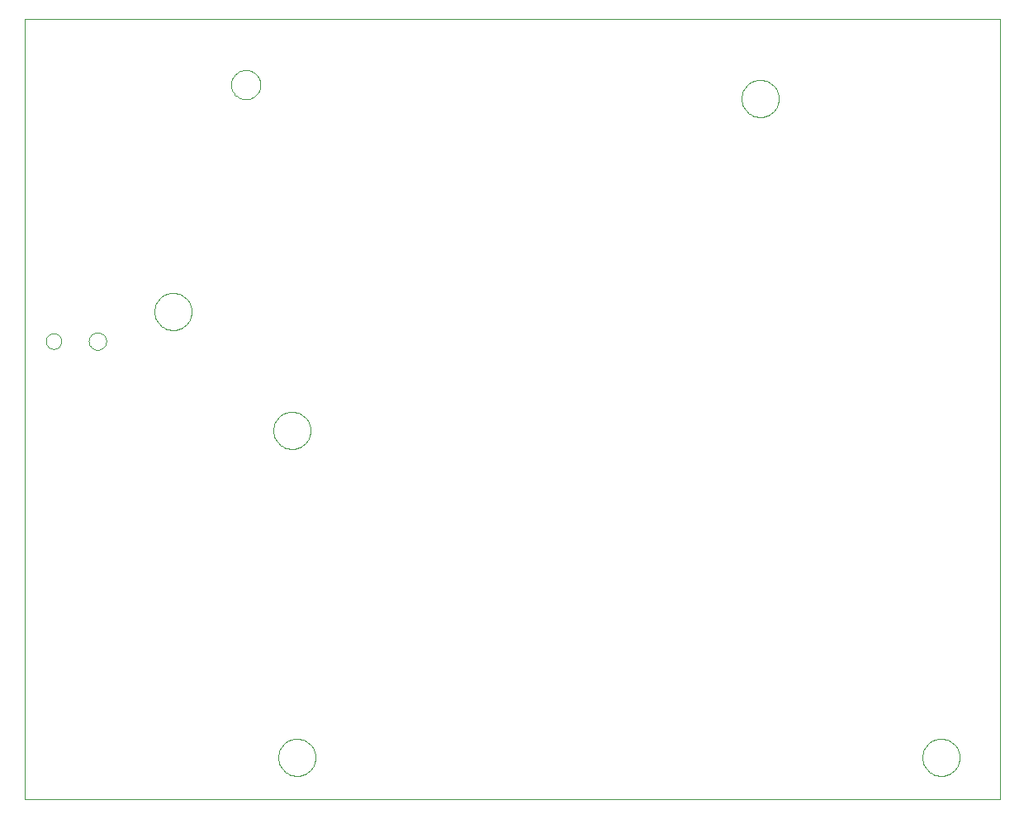
<source format=gko>
G75*
%MOIN*%
%OFA0B0*%
%FSLAX24Y24*%
%IPPOS*%
%LPD*%
%AMOC8*
5,1,8,0,0,1.08239X$1,22.5*
%
%ADD10C,0.0000*%
D10*
X001639Y000514D02*
X001639Y032010D01*
X041009Y032010D01*
X041009Y000514D01*
X001639Y000514D01*
X011889Y002214D02*
X011891Y002268D01*
X011897Y002322D01*
X011907Y002375D01*
X011920Y002428D01*
X011937Y002479D01*
X011958Y002529D01*
X011983Y002577D01*
X012011Y002624D01*
X012042Y002668D01*
X012076Y002710D01*
X012113Y002749D01*
X012153Y002786D01*
X012196Y002819D01*
X012241Y002850D01*
X012288Y002877D01*
X012336Y002900D01*
X012387Y002920D01*
X012438Y002937D01*
X012491Y002949D01*
X012544Y002958D01*
X012598Y002963D01*
X012653Y002964D01*
X012707Y002961D01*
X012760Y002954D01*
X012813Y002943D01*
X012866Y002929D01*
X012917Y002911D01*
X012966Y002889D01*
X013014Y002864D01*
X013060Y002835D01*
X013104Y002803D01*
X013145Y002768D01*
X013183Y002730D01*
X013219Y002689D01*
X013252Y002646D01*
X013282Y002601D01*
X013308Y002553D01*
X013331Y002504D01*
X013350Y002453D01*
X013365Y002402D01*
X013377Y002349D01*
X013385Y002295D01*
X013389Y002241D01*
X013389Y002187D01*
X013385Y002133D01*
X013377Y002079D01*
X013365Y002026D01*
X013350Y001975D01*
X013331Y001924D01*
X013308Y001875D01*
X013282Y001827D01*
X013252Y001782D01*
X013219Y001739D01*
X013183Y001698D01*
X013145Y001660D01*
X013104Y001625D01*
X013060Y001593D01*
X013014Y001564D01*
X012966Y001539D01*
X012917Y001517D01*
X012866Y001499D01*
X012813Y001485D01*
X012760Y001474D01*
X012707Y001467D01*
X012653Y001464D01*
X012598Y001465D01*
X012544Y001470D01*
X012491Y001479D01*
X012438Y001491D01*
X012387Y001508D01*
X012336Y001528D01*
X012288Y001551D01*
X012241Y001578D01*
X012196Y001609D01*
X012153Y001642D01*
X012113Y001679D01*
X012076Y001718D01*
X012042Y001760D01*
X012011Y001804D01*
X011983Y001851D01*
X011958Y001899D01*
X011937Y001949D01*
X011920Y002000D01*
X011907Y002053D01*
X011897Y002106D01*
X011891Y002160D01*
X011889Y002214D01*
X011689Y015414D02*
X011691Y015468D01*
X011697Y015522D01*
X011707Y015575D01*
X011720Y015628D01*
X011737Y015679D01*
X011758Y015729D01*
X011783Y015777D01*
X011811Y015824D01*
X011842Y015868D01*
X011876Y015910D01*
X011913Y015949D01*
X011953Y015986D01*
X011996Y016019D01*
X012041Y016050D01*
X012088Y016077D01*
X012136Y016100D01*
X012187Y016120D01*
X012238Y016137D01*
X012291Y016149D01*
X012344Y016158D01*
X012398Y016163D01*
X012453Y016164D01*
X012507Y016161D01*
X012560Y016154D01*
X012613Y016143D01*
X012666Y016129D01*
X012717Y016111D01*
X012766Y016089D01*
X012814Y016064D01*
X012860Y016035D01*
X012904Y016003D01*
X012945Y015968D01*
X012983Y015930D01*
X013019Y015889D01*
X013052Y015846D01*
X013082Y015801D01*
X013108Y015753D01*
X013131Y015704D01*
X013150Y015653D01*
X013165Y015602D01*
X013177Y015549D01*
X013185Y015495D01*
X013189Y015441D01*
X013189Y015387D01*
X013185Y015333D01*
X013177Y015279D01*
X013165Y015226D01*
X013150Y015175D01*
X013131Y015124D01*
X013108Y015075D01*
X013082Y015027D01*
X013052Y014982D01*
X013019Y014939D01*
X012983Y014898D01*
X012945Y014860D01*
X012904Y014825D01*
X012860Y014793D01*
X012814Y014764D01*
X012766Y014739D01*
X012717Y014717D01*
X012666Y014699D01*
X012613Y014685D01*
X012560Y014674D01*
X012507Y014667D01*
X012453Y014664D01*
X012398Y014665D01*
X012344Y014670D01*
X012291Y014679D01*
X012238Y014691D01*
X012187Y014708D01*
X012136Y014728D01*
X012088Y014751D01*
X012041Y014778D01*
X011996Y014809D01*
X011953Y014842D01*
X011913Y014879D01*
X011876Y014918D01*
X011842Y014960D01*
X011811Y015004D01*
X011783Y015051D01*
X011758Y015099D01*
X011737Y015149D01*
X011720Y015200D01*
X011707Y015253D01*
X011697Y015306D01*
X011691Y015360D01*
X011689Y015414D01*
X006889Y020214D02*
X006891Y020268D01*
X006897Y020322D01*
X006907Y020375D01*
X006920Y020428D01*
X006937Y020479D01*
X006958Y020529D01*
X006983Y020577D01*
X007011Y020624D01*
X007042Y020668D01*
X007076Y020710D01*
X007113Y020749D01*
X007153Y020786D01*
X007196Y020819D01*
X007241Y020850D01*
X007288Y020877D01*
X007336Y020900D01*
X007387Y020920D01*
X007438Y020937D01*
X007491Y020949D01*
X007544Y020958D01*
X007598Y020963D01*
X007653Y020964D01*
X007707Y020961D01*
X007760Y020954D01*
X007813Y020943D01*
X007866Y020929D01*
X007917Y020911D01*
X007966Y020889D01*
X008014Y020864D01*
X008060Y020835D01*
X008104Y020803D01*
X008145Y020768D01*
X008183Y020730D01*
X008219Y020689D01*
X008252Y020646D01*
X008282Y020601D01*
X008308Y020553D01*
X008331Y020504D01*
X008350Y020453D01*
X008365Y020402D01*
X008377Y020349D01*
X008385Y020295D01*
X008389Y020241D01*
X008389Y020187D01*
X008385Y020133D01*
X008377Y020079D01*
X008365Y020026D01*
X008350Y019975D01*
X008331Y019924D01*
X008308Y019875D01*
X008282Y019827D01*
X008252Y019782D01*
X008219Y019739D01*
X008183Y019698D01*
X008145Y019660D01*
X008104Y019625D01*
X008060Y019593D01*
X008014Y019564D01*
X007966Y019539D01*
X007917Y019517D01*
X007866Y019499D01*
X007813Y019485D01*
X007760Y019474D01*
X007707Y019467D01*
X007653Y019464D01*
X007598Y019465D01*
X007544Y019470D01*
X007491Y019479D01*
X007438Y019491D01*
X007387Y019508D01*
X007336Y019528D01*
X007288Y019551D01*
X007241Y019578D01*
X007196Y019609D01*
X007153Y019642D01*
X007113Y019679D01*
X007076Y019718D01*
X007042Y019760D01*
X007011Y019804D01*
X006983Y019851D01*
X006958Y019899D01*
X006937Y019949D01*
X006920Y020000D01*
X006907Y020053D01*
X006897Y020106D01*
X006891Y020160D01*
X006889Y020214D01*
X004237Y019018D02*
X004239Y019055D01*
X004245Y019092D01*
X004254Y019127D01*
X004268Y019162D01*
X004284Y019195D01*
X004305Y019226D01*
X004328Y019255D01*
X004354Y019281D01*
X004383Y019304D01*
X004414Y019325D01*
X004447Y019341D01*
X004482Y019355D01*
X004517Y019364D01*
X004554Y019370D01*
X004591Y019372D01*
X004628Y019370D01*
X004665Y019364D01*
X004700Y019355D01*
X004735Y019341D01*
X004768Y019325D01*
X004799Y019304D01*
X004828Y019281D01*
X004854Y019255D01*
X004877Y019226D01*
X004898Y019195D01*
X004914Y019162D01*
X004928Y019127D01*
X004937Y019092D01*
X004943Y019055D01*
X004945Y019018D01*
X004943Y018981D01*
X004937Y018944D01*
X004928Y018909D01*
X004914Y018874D01*
X004898Y018841D01*
X004877Y018810D01*
X004854Y018781D01*
X004828Y018755D01*
X004799Y018732D01*
X004768Y018711D01*
X004735Y018695D01*
X004700Y018681D01*
X004665Y018672D01*
X004628Y018666D01*
X004591Y018664D01*
X004554Y018666D01*
X004517Y018672D01*
X004482Y018681D01*
X004447Y018695D01*
X004414Y018711D01*
X004383Y018732D01*
X004354Y018755D01*
X004328Y018781D01*
X004305Y018810D01*
X004284Y018841D01*
X004268Y018874D01*
X004254Y018909D01*
X004245Y018944D01*
X004239Y018981D01*
X004237Y019018D01*
X002505Y019018D02*
X002507Y019053D01*
X002513Y019088D01*
X002523Y019122D01*
X002536Y019155D01*
X002553Y019186D01*
X002574Y019214D01*
X002597Y019241D01*
X002624Y019264D01*
X002652Y019285D01*
X002683Y019302D01*
X002716Y019315D01*
X002750Y019325D01*
X002785Y019331D01*
X002820Y019333D01*
X002855Y019331D01*
X002890Y019325D01*
X002924Y019315D01*
X002957Y019302D01*
X002988Y019285D01*
X003016Y019264D01*
X003043Y019241D01*
X003066Y019214D01*
X003087Y019186D01*
X003104Y019155D01*
X003117Y019122D01*
X003127Y019088D01*
X003133Y019053D01*
X003135Y019018D01*
X003133Y018983D01*
X003127Y018948D01*
X003117Y018914D01*
X003104Y018881D01*
X003087Y018850D01*
X003066Y018822D01*
X003043Y018795D01*
X003016Y018772D01*
X002988Y018751D01*
X002957Y018734D01*
X002924Y018721D01*
X002890Y018711D01*
X002855Y018705D01*
X002820Y018703D01*
X002785Y018705D01*
X002750Y018711D01*
X002716Y018721D01*
X002683Y018734D01*
X002652Y018751D01*
X002624Y018772D01*
X002597Y018795D01*
X002574Y018822D01*
X002553Y018850D01*
X002536Y018881D01*
X002523Y018914D01*
X002513Y018948D01*
X002507Y018983D01*
X002505Y019018D01*
X009985Y029372D02*
X009987Y029420D01*
X009993Y029468D01*
X010003Y029515D01*
X010016Y029561D01*
X010034Y029606D01*
X010054Y029650D01*
X010079Y029692D01*
X010107Y029731D01*
X010137Y029768D01*
X010171Y029802D01*
X010208Y029834D01*
X010246Y029863D01*
X010287Y029888D01*
X010330Y029910D01*
X010375Y029928D01*
X010421Y029942D01*
X010468Y029953D01*
X010516Y029960D01*
X010564Y029963D01*
X010612Y029962D01*
X010660Y029957D01*
X010708Y029948D01*
X010754Y029936D01*
X010799Y029919D01*
X010843Y029899D01*
X010885Y029876D01*
X010925Y029849D01*
X010963Y029819D01*
X010998Y029786D01*
X011030Y029750D01*
X011060Y029712D01*
X011086Y029671D01*
X011108Y029628D01*
X011128Y029584D01*
X011143Y029539D01*
X011155Y029492D01*
X011163Y029444D01*
X011167Y029396D01*
X011167Y029348D01*
X011163Y029300D01*
X011155Y029252D01*
X011143Y029205D01*
X011128Y029160D01*
X011108Y029116D01*
X011086Y029073D01*
X011060Y029032D01*
X011030Y028994D01*
X010998Y028958D01*
X010963Y028925D01*
X010925Y028895D01*
X010885Y028868D01*
X010843Y028845D01*
X010799Y028825D01*
X010754Y028808D01*
X010708Y028796D01*
X010660Y028787D01*
X010612Y028782D01*
X010564Y028781D01*
X010516Y028784D01*
X010468Y028791D01*
X010421Y028802D01*
X010375Y028816D01*
X010330Y028834D01*
X010287Y028856D01*
X010246Y028881D01*
X010208Y028910D01*
X010171Y028942D01*
X010137Y028976D01*
X010107Y029013D01*
X010079Y029052D01*
X010054Y029094D01*
X010034Y029138D01*
X010016Y029183D01*
X010003Y029229D01*
X009993Y029276D01*
X009987Y029324D01*
X009985Y029372D01*
X030589Y028814D02*
X030591Y028868D01*
X030597Y028922D01*
X030607Y028975D01*
X030620Y029028D01*
X030637Y029079D01*
X030658Y029129D01*
X030683Y029177D01*
X030711Y029224D01*
X030742Y029268D01*
X030776Y029310D01*
X030813Y029349D01*
X030853Y029386D01*
X030896Y029419D01*
X030941Y029450D01*
X030988Y029477D01*
X031036Y029500D01*
X031087Y029520D01*
X031138Y029537D01*
X031191Y029549D01*
X031244Y029558D01*
X031298Y029563D01*
X031353Y029564D01*
X031407Y029561D01*
X031460Y029554D01*
X031513Y029543D01*
X031566Y029529D01*
X031617Y029511D01*
X031666Y029489D01*
X031714Y029464D01*
X031760Y029435D01*
X031804Y029403D01*
X031845Y029368D01*
X031883Y029330D01*
X031919Y029289D01*
X031952Y029246D01*
X031982Y029201D01*
X032008Y029153D01*
X032031Y029104D01*
X032050Y029053D01*
X032065Y029002D01*
X032077Y028949D01*
X032085Y028895D01*
X032089Y028841D01*
X032089Y028787D01*
X032085Y028733D01*
X032077Y028679D01*
X032065Y028626D01*
X032050Y028575D01*
X032031Y028524D01*
X032008Y028475D01*
X031982Y028427D01*
X031952Y028382D01*
X031919Y028339D01*
X031883Y028298D01*
X031845Y028260D01*
X031804Y028225D01*
X031760Y028193D01*
X031714Y028164D01*
X031666Y028139D01*
X031617Y028117D01*
X031566Y028099D01*
X031513Y028085D01*
X031460Y028074D01*
X031407Y028067D01*
X031353Y028064D01*
X031298Y028065D01*
X031244Y028070D01*
X031191Y028079D01*
X031138Y028091D01*
X031087Y028108D01*
X031036Y028128D01*
X030988Y028151D01*
X030941Y028178D01*
X030896Y028209D01*
X030853Y028242D01*
X030813Y028279D01*
X030776Y028318D01*
X030742Y028360D01*
X030711Y028404D01*
X030683Y028451D01*
X030658Y028499D01*
X030637Y028549D01*
X030620Y028600D01*
X030607Y028653D01*
X030597Y028706D01*
X030591Y028760D01*
X030589Y028814D01*
X037889Y002214D02*
X037891Y002268D01*
X037897Y002322D01*
X037907Y002375D01*
X037920Y002428D01*
X037937Y002479D01*
X037958Y002529D01*
X037983Y002577D01*
X038011Y002624D01*
X038042Y002668D01*
X038076Y002710D01*
X038113Y002749D01*
X038153Y002786D01*
X038196Y002819D01*
X038241Y002850D01*
X038288Y002877D01*
X038336Y002900D01*
X038387Y002920D01*
X038438Y002937D01*
X038491Y002949D01*
X038544Y002958D01*
X038598Y002963D01*
X038653Y002964D01*
X038707Y002961D01*
X038760Y002954D01*
X038813Y002943D01*
X038866Y002929D01*
X038917Y002911D01*
X038966Y002889D01*
X039014Y002864D01*
X039060Y002835D01*
X039104Y002803D01*
X039145Y002768D01*
X039183Y002730D01*
X039219Y002689D01*
X039252Y002646D01*
X039282Y002601D01*
X039308Y002553D01*
X039331Y002504D01*
X039350Y002453D01*
X039365Y002402D01*
X039377Y002349D01*
X039385Y002295D01*
X039389Y002241D01*
X039389Y002187D01*
X039385Y002133D01*
X039377Y002079D01*
X039365Y002026D01*
X039350Y001975D01*
X039331Y001924D01*
X039308Y001875D01*
X039282Y001827D01*
X039252Y001782D01*
X039219Y001739D01*
X039183Y001698D01*
X039145Y001660D01*
X039104Y001625D01*
X039060Y001593D01*
X039014Y001564D01*
X038966Y001539D01*
X038917Y001517D01*
X038866Y001499D01*
X038813Y001485D01*
X038760Y001474D01*
X038707Y001467D01*
X038653Y001464D01*
X038598Y001465D01*
X038544Y001470D01*
X038491Y001479D01*
X038438Y001491D01*
X038387Y001508D01*
X038336Y001528D01*
X038288Y001551D01*
X038241Y001578D01*
X038196Y001609D01*
X038153Y001642D01*
X038113Y001679D01*
X038076Y001718D01*
X038042Y001760D01*
X038011Y001804D01*
X037983Y001851D01*
X037958Y001899D01*
X037937Y001949D01*
X037920Y002000D01*
X037907Y002053D01*
X037897Y002106D01*
X037891Y002160D01*
X037889Y002214D01*
M02*

</source>
